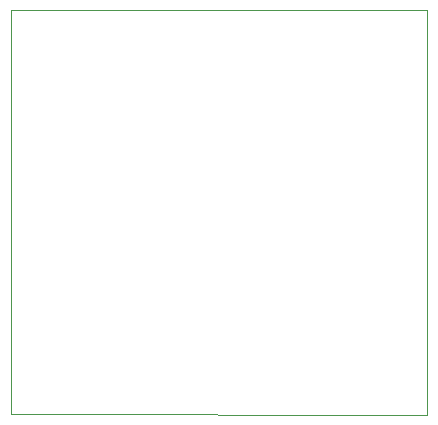
<source format=gm1>
%TF.GenerationSoftware,KiCad,Pcbnew,(5.1.9)-1*%
%TF.CreationDate,2021-06-07T18:16:05+02:00*%
%TF.ProjectId,AmplificadorV1,416d706c-6966-4696-9361-646f7256312e,rev?*%
%TF.SameCoordinates,Original*%
%TF.FileFunction,Profile,NP*%
%FSLAX46Y46*%
G04 Gerber Fmt 4.6, Leading zero omitted, Abs format (unit mm)*
G04 Created by KiCad (PCBNEW (5.1.9)-1) date 2021-06-07 18:16:05*
%MOMM*%
%LPD*%
G01*
G04 APERTURE LIST*
%TA.AperFunction,Profile*%
%ADD10C,0.050000*%
%TD*%
G04 APERTURE END LIST*
D10*
X177535840Y-112511840D02*
X177530760Y-78242160D01*
X142295880Y-78267560D02*
X177530760Y-78242160D01*
X142260320Y-112476280D02*
X142295880Y-78267560D01*
X177535840Y-112511840D02*
X142260320Y-112476280D01*
M02*

</source>
